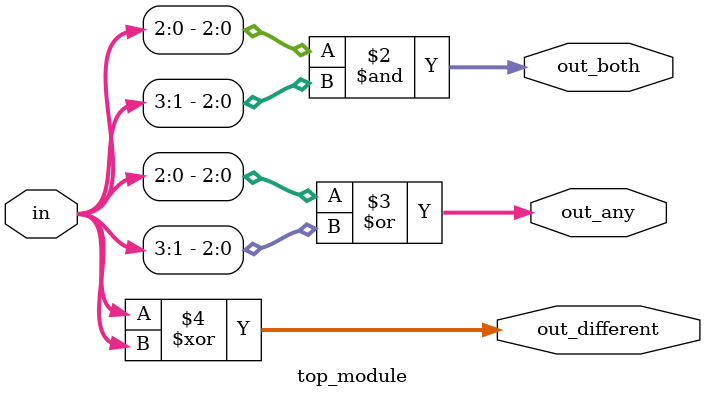
<source format=sv>
module top_module (
  input [3:0] in,
  output reg [2:0] out_both,
  output reg [3:1] out_any,
  output reg [3:0] out_different
);

  always@(in) begin
    out_both = in[2:0] & in[3:1];
    out_any = in[2:0] | in[3:1];
    out_different = {in[3:1], in[0]} ^ in;
  end

endmodule

</source>
